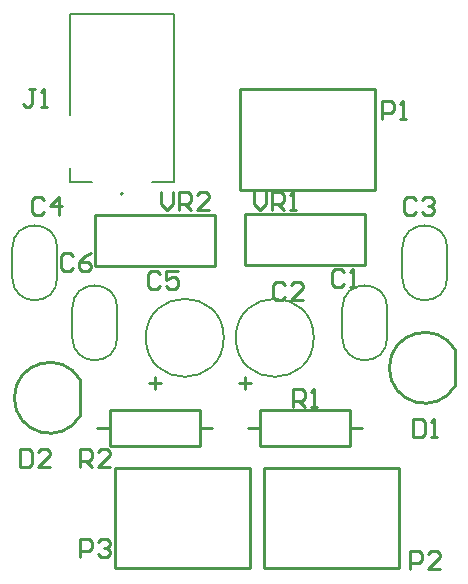
<source format=gto>
G04*
G04 #@! TF.GenerationSoftware,Altium Limited,Altium Designer,21.1.1 (26)*
G04*
G04 Layer_Color=65535*
%FSLAX42Y42*%
%MOMM*%
G71*
G04*
G04 #@! TF.SameCoordinates,6A6C3286-DEE6-4DC7-8DC0-AF2A02889E3F*
G04*
G04*
G04 #@! TF.FilePolarity,Positive*
G04*
G01*
G75*
%ADD10C,0.25*%
%ADD11C,0.20*%
%ADD12C,0.13*%
D10*
X641Y1674D02*
G03*
X641Y1374I-260J-150D01*
G01*
X3816Y1928D02*
G03*
X3816Y1628I-260J-150D01*
G01*
X641Y1374D02*
Y1674D01*
X3137Y3286D02*
Y4135D01*
X1993Y3286D02*
Y4135D01*
Y3286D02*
X3137D01*
X1993Y4135D02*
X3137D01*
X3816Y1628D02*
Y1928D01*
X2032Y1651D02*
X2082D01*
X1982D02*
X2032D01*
Y1701D01*
Y1601D02*
Y1651D01*
X2032Y2650D02*
Y3084D01*
X3046Y2650D02*
Y3084D01*
X2032D02*
X3046D01*
X2032Y2650D02*
X3046D01*
X762Y2637D02*
Y3071D01*
X1776Y2637D02*
Y3071D01*
X762D02*
X1776D01*
X762Y2637D02*
X1776D01*
X2923Y1120D02*
Y1420D01*
X2157Y1120D02*
Y1420D01*
X2923D01*
X2157Y1120D02*
X2923D01*
X2057Y1270D02*
X2157D01*
X2925D02*
X3025D01*
X887Y1120D02*
Y1420D01*
X1652Y1120D02*
Y1420D01*
X887Y1120D02*
X1652D01*
X887Y1420D02*
X1652D01*
Y1270D02*
X1752D01*
X785D02*
X885D01*
X2197Y84D02*
Y933D01*
X3341Y84D02*
Y933D01*
X2197D02*
X3341D01*
X2197Y84D02*
X3341D01*
X931D02*
Y933D01*
X2075Y84D02*
Y933D01*
X931D02*
X2075D01*
X931Y84D02*
X2075D01*
X1270Y1651D02*
X1320D01*
X1220D02*
X1270D01*
Y1701D01*
Y1601D02*
Y1651D01*
X1321Y3266D02*
Y3165D01*
X1372Y3114D01*
X1422Y3165D01*
Y3266D01*
X1473Y3114D02*
Y3266D01*
X1549D01*
X1575Y3241D01*
Y3190D01*
X1549Y3165D01*
X1473D01*
X1524D02*
X1575Y3114D01*
X1727D02*
X1626D01*
X1727Y3215D01*
Y3241D01*
X1702Y3266D01*
X1651D01*
X1626Y3241D01*
X2108Y3266D02*
Y3165D01*
X2159Y3114D01*
X2210Y3165D01*
Y3266D01*
X2261Y3114D02*
Y3266D01*
X2337D01*
X2362Y3241D01*
Y3190D01*
X2337Y3165D01*
X2261D01*
X2311D02*
X2362Y3114D01*
X2413D02*
X2464D01*
X2438D01*
Y3266D01*
X2413Y3241D01*
X635Y940D02*
Y1092D01*
X711D01*
X737Y1067D01*
Y1016D01*
X711Y991D01*
X635D01*
X686D02*
X737Y940D01*
X889D02*
X787D01*
X889Y1041D01*
Y1067D01*
X864Y1092D01*
X813D01*
X787Y1067D01*
X2438Y1448D02*
Y1600D01*
X2515D01*
X2540Y1575D01*
Y1524D01*
X2515Y1499D01*
X2438D01*
X2489D02*
X2540Y1448D01*
X2591D02*
X2642D01*
X2616D01*
Y1600D01*
X2591Y1575D01*
X635Y178D02*
Y330D01*
X711D01*
X737Y305D01*
Y254D01*
X711Y229D01*
X635D01*
X787Y305D02*
X813Y330D01*
X864D01*
X889Y305D01*
Y279D01*
X864Y254D01*
X838D01*
X864D01*
X889Y229D01*
Y203D01*
X864Y178D01*
X813D01*
X787Y203D01*
X3429Y78D02*
Y230D01*
X3505D01*
X3531Y205D01*
Y154D01*
X3505Y129D01*
X3429D01*
X3683Y78D02*
X3581D01*
X3683Y179D01*
Y205D01*
X3658Y230D01*
X3607D01*
X3581Y205D01*
X3196Y3888D02*
Y4040D01*
X3273D01*
X3298Y4015D01*
Y3964D01*
X3273Y3939D01*
X3196D01*
X3349Y3888D02*
X3400D01*
X3374D01*
Y4040D01*
X3349Y4015D01*
X254Y4140D02*
X203D01*
X229D01*
Y4013D01*
X203Y3988D01*
X178D01*
X152Y4013D01*
X305Y3988D02*
X356D01*
X330D01*
Y4140D01*
X305Y4115D01*
X127Y1092D02*
Y940D01*
X203D01*
X229Y965D01*
Y1067D01*
X203Y1092D01*
X127D01*
X381Y940D02*
X279D01*
X381Y1041D01*
Y1067D01*
X356Y1092D01*
X305D01*
X279Y1067D01*
X3454Y1346D02*
Y1194D01*
X3531D01*
X3556Y1219D01*
Y1321D01*
X3531Y1346D01*
X3454D01*
X3607Y1194D02*
X3658D01*
X3632D01*
Y1346D01*
X3607Y1321D01*
X575Y2721D02*
X549Y2746D01*
X498D01*
X473Y2721D01*
Y2619D01*
X498Y2594D01*
X549D01*
X575Y2619D01*
X727Y2746D02*
X676Y2721D01*
X625Y2670D01*
Y2619D01*
X651Y2594D01*
X702D01*
X727Y2619D01*
Y2645D01*
X702Y2670D01*
X625D01*
X1311Y2576D02*
X1285Y2601D01*
X1234D01*
X1209Y2576D01*
Y2474D01*
X1234Y2449D01*
X1285D01*
X1311Y2474D01*
X1463Y2601D02*
X1361D01*
Y2525D01*
X1412Y2550D01*
X1438D01*
X1463Y2525D01*
Y2474D01*
X1438Y2449D01*
X1387D01*
X1361Y2474D01*
X329Y3199D02*
X303Y3224D01*
X252D01*
X227Y3199D01*
Y3097D01*
X252Y3072D01*
X303D01*
X329Y3097D01*
X456Y3072D02*
Y3224D01*
X379Y3148D01*
X481D01*
X3482Y3198D02*
X3457Y3223D01*
X3406D01*
X3381Y3198D01*
Y3096D01*
X3406Y3071D01*
X3457D01*
X3482Y3096D01*
X3533Y3198D02*
X3558Y3223D01*
X3609D01*
X3635Y3198D01*
Y3172D01*
X3609Y3147D01*
X3584D01*
X3609D01*
X3635Y3122D01*
Y3096D01*
X3609Y3071D01*
X3558D01*
X3533Y3096D01*
X2373Y2475D02*
X2347Y2501D01*
X2296D01*
X2271Y2475D01*
Y2374D01*
X2296Y2349D01*
X2347D01*
X2373Y2374D01*
X2525Y2349D02*
X2423D01*
X2525Y2450D01*
Y2475D01*
X2500Y2501D01*
X2449D01*
X2423Y2475D01*
X2874Y2590D02*
X2849Y2615D01*
X2798D01*
X2773Y2590D01*
Y2488D01*
X2798Y2463D01*
X2849D01*
X2874Y2488D01*
X2925Y2463D02*
X2976D01*
X2950D01*
Y2615D01*
X2925Y2590D01*
D11*
X1001Y3251D02*
G03*
X1001Y3251I-10J0D01*
G01*
X3238Y2286D02*
G03*
X2858Y2286I-190J0D01*
G01*
Y2032D02*
G03*
X3238Y2032I190J0D01*
G01*
X2616D02*
G03*
X2616Y2032I-330J0D01*
G01*
X952Y2286D02*
G03*
X572Y2286I-190J0D01*
G01*
Y2032D02*
G03*
X952Y2032I190J0D01*
G01*
X64Y2540D02*
G03*
X444Y2540I190J0D01*
G01*
Y2794D02*
G03*
X64Y2794I-190J0D01*
G01*
X3366Y2540D02*
G03*
X3746Y2540I190J0D01*
G01*
Y2794D02*
G03*
X3366Y2794I-190J0D01*
G01*
X1854Y2032D02*
G03*
X1854Y2032I-330J0D01*
G01*
X3238Y2032D02*
Y2286D01*
X2858Y2032D02*
Y2286D01*
X952Y2032D02*
Y2286D01*
X572Y2032D02*
Y2286D01*
X64Y2540D02*
Y2794D01*
X444Y2540D02*
Y2794D01*
X3366Y2540D02*
Y2794D01*
X3746Y2540D02*
Y2794D01*
D12*
X1243Y3348D02*
X1431D01*
Y4770D01*
X551D02*
X1431D01*
X551Y3918D02*
Y4770D01*
Y3348D02*
X739D01*
X551D02*
Y3474D01*
M02*

</source>
